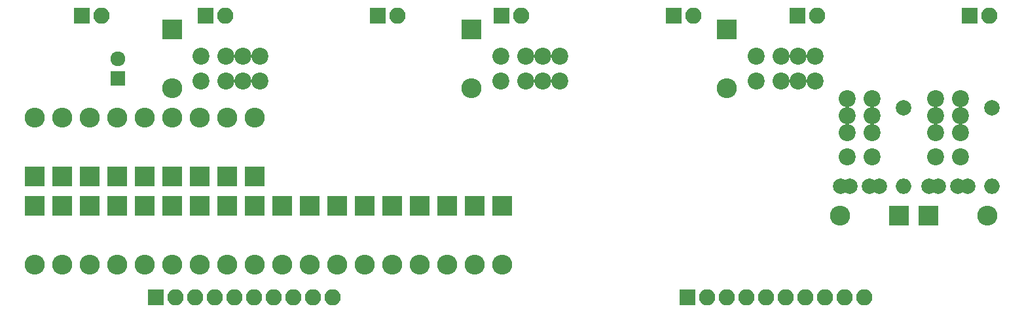
<source format=gbs>
G04 #@! TF.FileFunction,Soldermask,Bot*
%FSLAX46Y46*%
G04 Gerber Fmt 4.6, Leading zero omitted, Abs format (unit mm)*
G04 Created by KiCad (PCBNEW 4.0.4+e1-6308~48~ubuntu16.04.1-stable) date Mon Jan 22 22:00:05 2018*
%MOMM*%
%LPD*%
G01*
G04 APERTURE LIST*
%ADD10C,0.100000*%
%ADD11C,2.000000*%
%ADD12O,2.000000X2.000000*%
%ADD13R,2.100000X2.100000*%
%ADD14O,2.100000X2.100000*%
%ADD15R,2.600000X2.600000*%
%ADD16O,2.600000X2.600000*%
%ADD17R,1.924000X1.924000*%
%ADD18C,1.924000*%
%ADD19C,2.200000*%
G04 APERTURE END LIST*
D10*
D11*
X216535000Y-115570000D03*
D12*
X216535000Y-125730000D03*
D13*
X119820000Y-140130000D03*
D14*
X122360000Y-140130000D03*
X124900000Y-140130000D03*
X127440000Y-140130000D03*
X129980000Y-140130000D03*
X132520000Y-140130000D03*
X135060000Y-140130000D03*
X137600000Y-140130000D03*
X140140000Y-140130000D03*
X142680000Y-140130000D03*
D13*
X188570000Y-140130000D03*
D14*
X191110000Y-140130000D03*
X193650000Y-140130000D03*
X196190000Y-140130000D03*
X198730000Y-140130000D03*
X201270000Y-140130000D03*
X203810000Y-140130000D03*
X206350000Y-140130000D03*
X208890000Y-140130000D03*
X211430000Y-140130000D03*
D11*
X227965000Y-115570000D03*
D12*
X227965000Y-125730000D03*
D11*
X212110000Y-125730000D03*
X209610000Y-125730000D03*
X213360000Y-125730000D03*
X208360000Y-125730000D03*
X223540000Y-125730000D03*
X221040000Y-125730000D03*
X224790000Y-125730000D03*
X219790000Y-125730000D03*
D13*
X110250000Y-103620000D03*
D14*
X112790000Y-103620000D03*
D13*
X126280000Y-103620000D03*
D14*
X128820000Y-103620000D03*
D13*
X164560000Y-103620000D03*
D14*
X167100000Y-103620000D03*
D13*
X202840000Y-103620000D03*
D14*
X205380000Y-103620000D03*
D13*
X148530000Y-103620000D03*
D14*
X151070000Y-103620000D03*
D13*
X186810000Y-103620000D03*
D14*
X189350000Y-103620000D03*
D13*
X225090000Y-103620000D03*
D14*
X227630000Y-103620000D03*
D15*
X215900000Y-129540000D03*
D16*
X208280000Y-129540000D03*
D15*
X121920000Y-105410000D03*
D16*
X121920000Y-113030000D03*
D15*
X104140000Y-128270000D03*
D16*
X104140000Y-135890000D03*
D15*
X132588000Y-124460000D03*
D16*
X132588000Y-116840000D03*
D15*
X107696000Y-128270000D03*
D16*
X107696000Y-135890000D03*
D15*
X129032000Y-124460000D03*
D16*
X129032000Y-116840000D03*
D15*
X111252000Y-128270000D03*
D16*
X111252000Y-135890000D03*
D15*
X125476000Y-124460000D03*
D16*
X125476000Y-116840000D03*
D15*
X114808000Y-128270000D03*
D16*
X114808000Y-135890000D03*
D15*
X121920000Y-124460000D03*
D16*
X121920000Y-116840000D03*
D15*
X160655000Y-105410000D03*
D16*
X160655000Y-113030000D03*
D15*
X118364000Y-128270000D03*
D16*
X118364000Y-135890000D03*
D15*
X118364000Y-124460000D03*
D16*
X118364000Y-116840000D03*
D15*
X219710000Y-129540000D03*
D16*
X227330000Y-129540000D03*
D15*
X121920000Y-128270000D03*
D16*
X121920000Y-135890000D03*
D15*
X114808000Y-124460000D03*
D16*
X114808000Y-116840000D03*
D15*
X125476000Y-128270000D03*
D16*
X125476000Y-135890000D03*
D15*
X111252000Y-124460000D03*
D16*
X111252000Y-116840000D03*
D15*
X129032000Y-128270000D03*
D16*
X129032000Y-135890000D03*
D15*
X107696000Y-124460000D03*
D16*
X107696000Y-116840000D03*
D15*
X146812000Y-128270000D03*
D16*
X146812000Y-135890000D03*
D15*
X104140000Y-124460000D03*
D16*
X104140000Y-116840000D03*
D15*
X193675000Y-105410000D03*
D16*
X193675000Y-113030000D03*
D15*
X143256000Y-128270000D03*
D16*
X143256000Y-135890000D03*
D15*
X139700000Y-128270000D03*
D16*
X139700000Y-135890000D03*
D15*
X136144000Y-128270000D03*
D16*
X136144000Y-135890000D03*
D15*
X132588000Y-128270000D03*
D16*
X132588000Y-135890000D03*
D15*
X150368000Y-128270000D03*
D16*
X150368000Y-135890000D03*
D15*
X153924000Y-128270000D03*
D16*
X153924000Y-135890000D03*
D15*
X157480000Y-128270000D03*
D16*
X157480000Y-135890000D03*
D15*
X161036000Y-128270000D03*
D16*
X161036000Y-135890000D03*
D15*
X164592000Y-128270000D03*
D16*
X164592000Y-135890000D03*
D17*
X114935000Y-111760000D03*
D18*
X114935000Y-109220000D03*
D19*
X197460000Y-112090000D03*
X200660000Y-112090000D03*
X202860000Y-112090000D03*
X205060000Y-112090000D03*
X205060000Y-108890000D03*
X202860000Y-108890000D03*
X200660000Y-108890000D03*
X197460000Y-108890000D03*
X223850000Y-121945000D03*
X223850000Y-118745000D03*
X223850000Y-116545000D03*
X223850000Y-114345000D03*
X220650000Y-114345000D03*
X220650000Y-116545000D03*
X220650000Y-118745000D03*
X220650000Y-121945000D03*
X125705000Y-112090000D03*
X128905000Y-112090000D03*
X131105000Y-112090000D03*
X133305000Y-112090000D03*
X133305000Y-108890000D03*
X131105000Y-108890000D03*
X128905000Y-108890000D03*
X125705000Y-108890000D03*
X212420000Y-121945000D03*
X212420000Y-118745000D03*
X212420000Y-116545000D03*
X212420000Y-114345000D03*
X209220000Y-114345000D03*
X209220000Y-116545000D03*
X209220000Y-118745000D03*
X209220000Y-121945000D03*
X164440000Y-112090000D03*
X167640000Y-112090000D03*
X169840000Y-112090000D03*
X172040000Y-112090000D03*
X172040000Y-108890000D03*
X169840000Y-108890000D03*
X167640000Y-108890000D03*
X164440000Y-108890000D03*
M02*

</source>
